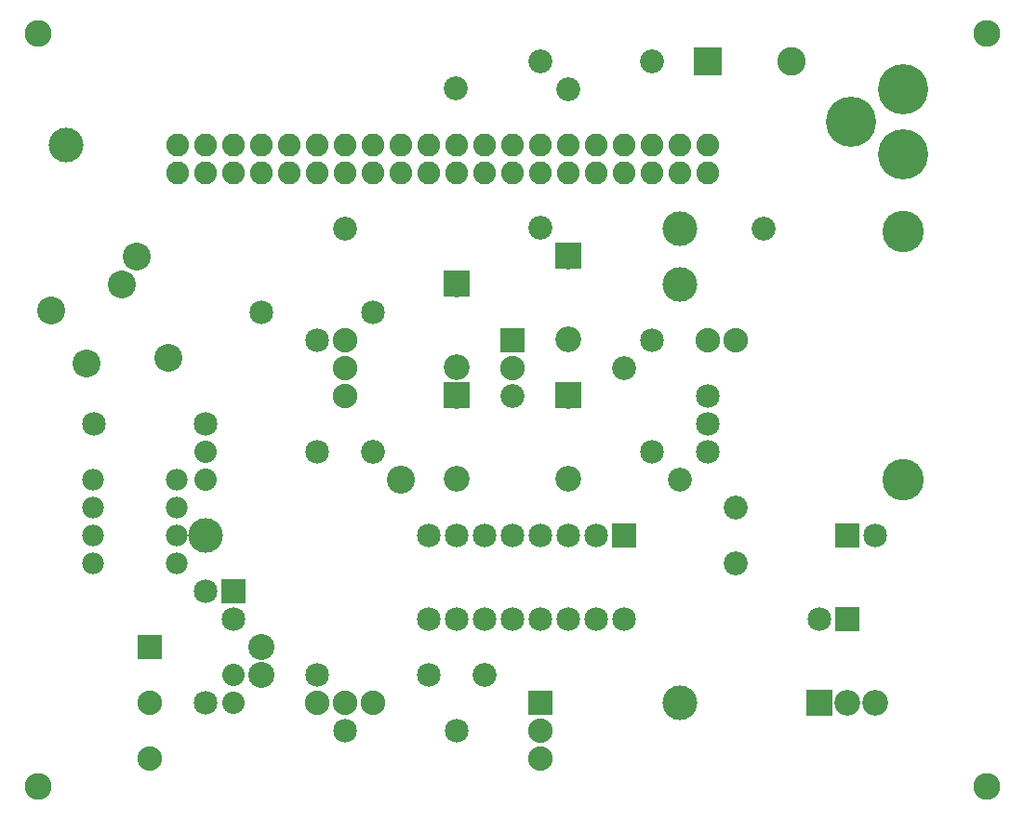
<source format=gts>
G04 MADE WITH FRITZING*
G04 WWW.FRITZING.ORG*
G04 DOUBLE SIDED*
G04 HOLES PLATED*
G04 CONTOUR ON CENTER OF CONTOUR VECTOR*
%ASAXBY*%
%FSLAX23Y23*%
%MOIN*%
%OFA0B0*%
%SFA1.0B1.0*%
%ADD10C,0.100020*%
%ADD11C,0.100551*%
%ADD12C,0.124173*%
%ADD13C,0.085433*%
%ADD14C,0.078000*%
%ADD15C,0.085000*%
%ADD16C,0.080000*%
%ADD17C,0.088000*%
%ADD18C,0.093307*%
%ADD19C,0.096614*%
%ADD20C,0.081889*%
%ADD21C,0.081917*%
%ADD22C,0.092000*%
%ADD23C,0.148890*%
%ADD24C,0.102000*%
%ADD25C,0.180000*%
%ADD26R,0.085000X0.085000*%
%ADD27R,0.088000X0.088000*%
%ADD28R,0.092000X0.092000*%
%ADD29R,0.102000X0.102000*%
%LNMASK1*%
G90*
G70*
G54D10*
X477Y2015D03*
X422Y1916D03*
X591Y1650D03*
X296Y1630D03*
X168Y1822D03*
G54D11*
X1423Y1216D03*
G54D12*
X722Y1016D03*
G54D13*
X1222Y2116D03*
X1621Y2617D03*
X1922Y2716D03*
X2022Y2616D03*
X1922Y2118D03*
X2722Y2116D03*
G54D12*
X222Y2416D03*
G54D14*
X321Y1214D03*
X321Y1114D03*
X321Y1014D03*
X321Y914D03*
X621Y914D03*
X621Y1014D03*
X621Y1114D03*
X621Y1214D03*
X321Y1214D03*
X321Y1114D03*
X321Y1014D03*
X321Y914D03*
X621Y914D03*
X621Y1014D03*
X621Y1114D03*
X621Y1214D03*
G54D15*
X722Y816D03*
X722Y416D03*
X322Y1416D03*
X722Y1416D03*
X822Y816D03*
X822Y716D03*
G54D16*
X722Y1216D03*
X722Y1316D03*
G54D17*
X522Y616D03*
X522Y416D03*
X522Y216D03*
G54D16*
X822Y516D03*
X822Y416D03*
G54D18*
X922Y616D03*
X922Y516D03*
G54D19*
X3522Y116D03*
X122Y116D03*
X122Y2816D03*
G54D12*
X2422Y2116D03*
X2422Y1916D03*
X2422Y416D03*
G54D19*
X3522Y2816D03*
G54D17*
X1122Y416D03*
X1222Y416D03*
X1322Y416D03*
X1222Y1516D03*
X1222Y1616D03*
X1222Y1716D03*
G54D13*
X1722Y516D03*
X2622Y1116D03*
X2422Y1216D03*
X1322Y1316D03*
X2622Y916D03*
X1822Y1516D03*
X2322Y2716D03*
X2222Y1616D03*
G54D15*
X3022Y1016D03*
X3122Y1016D03*
X3022Y716D03*
X2922Y716D03*
X2522Y1316D03*
X2522Y1416D03*
X2522Y1516D03*
X2322Y1716D03*
X2322Y1316D03*
G54D17*
X2622Y1716D03*
X2522Y1716D03*
G54D20*
X2522Y2416D03*
X2422Y2416D03*
X2322Y2416D03*
X2222Y2416D03*
G54D21*
X2122Y2416D03*
G54D20*
X2022Y2416D03*
X1922Y2416D03*
X1822Y2416D03*
X1722Y2416D03*
G54D21*
X1622Y2416D03*
G54D20*
X1522Y2416D03*
G54D21*
X1422Y2416D03*
G54D20*
X1322Y2416D03*
X1222Y2416D03*
X1122Y2416D03*
X1022Y2416D03*
G54D21*
X922Y2416D03*
G54D20*
X822Y2416D03*
X722Y2416D03*
X622Y2416D03*
X622Y2316D03*
X722Y2316D03*
X822Y2316D03*
G54D21*
X922Y2316D03*
G54D20*
X1022Y2316D03*
X1122Y2316D03*
X1222Y2316D03*
X1322Y2316D03*
G54D21*
X1422Y2316D03*
G54D20*
X1522Y2316D03*
G54D21*
X1622Y2316D03*
G54D20*
X1722Y2316D03*
X1822Y2316D03*
X1922Y2316D03*
X2022Y2316D03*
G54D21*
X2122Y2316D03*
G54D20*
X2222Y2316D03*
X2322Y2316D03*
X2422Y2316D03*
X2522Y2316D03*
G54D15*
X1522Y516D03*
X1122Y516D03*
X1622Y316D03*
X1222Y316D03*
G54D22*
X2922Y416D03*
X3022Y416D03*
X3122Y416D03*
G54D15*
X2222Y1016D03*
X2222Y716D03*
X2122Y1016D03*
X2122Y716D03*
X2022Y1016D03*
X2022Y716D03*
X1922Y1016D03*
X1922Y716D03*
X1822Y1016D03*
X1822Y716D03*
X1722Y1016D03*
X1722Y716D03*
X1622Y1016D03*
X1622Y716D03*
X1522Y1016D03*
X1522Y716D03*
G54D17*
X1822Y1716D03*
X1822Y1616D03*
G54D22*
X2022Y1516D03*
X2022Y1218D03*
X1622Y1516D03*
X1622Y1218D03*
X1622Y1916D03*
X1622Y1618D03*
X2022Y2016D03*
X2022Y1718D03*
G54D23*
X3222Y2105D03*
X3222Y1216D03*
G54D24*
X2522Y2716D03*
X2822Y2716D03*
G54D15*
X1122Y1716D03*
X1122Y1316D03*
X922Y1816D03*
X1322Y1816D03*
G54D17*
X1922Y416D03*
X1922Y316D03*
X1922Y216D03*
G54D25*
X3222Y2380D03*
X3222Y2616D03*
X3037Y2498D03*
X3222Y2380D03*
X3222Y2616D03*
X3037Y2498D03*
G54D26*
X822Y816D03*
G54D27*
X522Y616D03*
G54D26*
X3022Y1016D03*
X3022Y716D03*
G54D28*
X2922Y416D03*
G54D26*
X2222Y1016D03*
G54D27*
X1822Y1716D03*
G54D28*
X2022Y1517D03*
X1622Y1517D03*
X1622Y1917D03*
X2022Y2017D03*
G54D29*
X2522Y2716D03*
G54D27*
X1922Y416D03*
G04 End of Mask1*
M02*
</source>
